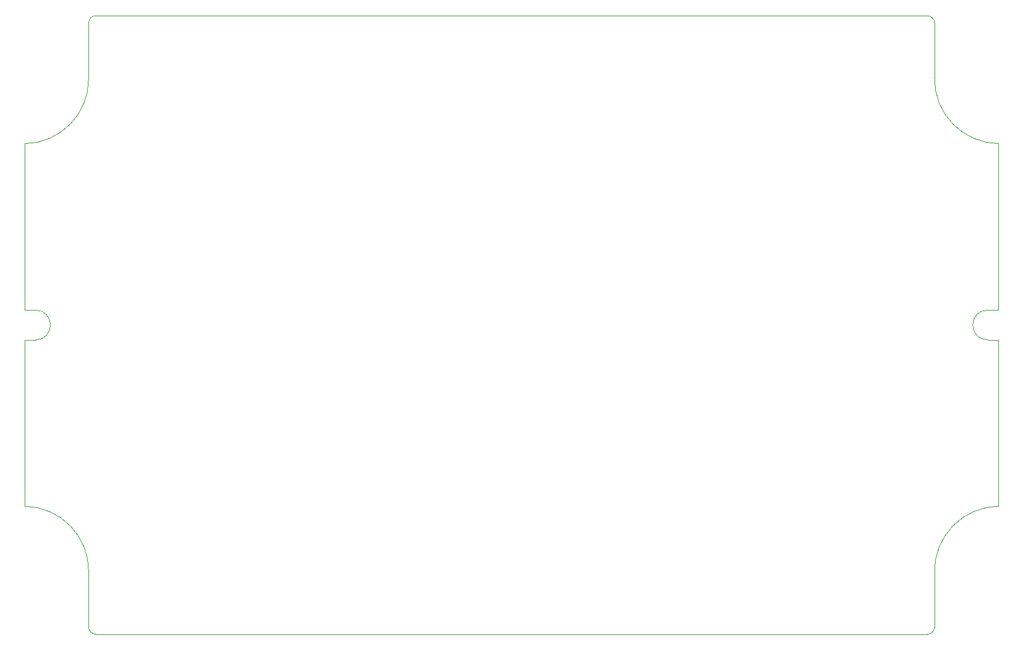
<source format=gko>
G04*
G04 #@! TF.GenerationSoftware,Altium Limited,Altium Designer,24.5.2 (23)*
G04*
G04 Layer_Color=16711935*
%FSLAX44Y44*%
%MOMM*%
G71*
G04*
G04 #@! TF.SameCoordinates,3DCBDF99-3535-49DB-9263-CEB5A80537B2*
G04*
G04*
G04 #@! TF.FilePolarity,Positive*
G04*
G01*
G75*
%ADD34C,0.1000*%
D34*
X-685030Y255000D02*
G03*
X-595030Y347470I-1235J91235D01*
G01*
X-670000Y-21000D02*
G03*
X-670000Y21000I0J21000D01*
G01*
X670000D02*
G03*
X670000Y-21000I0J-21000D01*
G01*
X-595030Y-347470D02*
G03*
X-685030Y-255000I-91235J1235D01*
G01*
X-585000Y435000D02*
G03*
X-595000Y425000I0J-10000D01*
G01*
X685030Y-255000D02*
G03*
X595030Y-347470I1235J-91235D01*
G01*
X-595000Y-425000D02*
G03*
X-585000Y-435000I10000J0D01*
G01*
X595000Y425000D02*
G03*
X585000Y435000I-10000J0D01*
G01*
Y-435000D02*
G03*
X595000Y-425000I0J10000D01*
G01*
X595034Y347466D02*
G03*
X685026Y255004I91227J-1235D01*
G01*
X-685030Y21030D02*
Y255000D01*
X595030Y-424970D02*
Y-347470D01*
X-685000Y-254970D02*
Y-21000D01*
X670000Y-21000D02*
X685000D01*
X-585000Y-435000D02*
X585000D01*
X-595030Y-424970D02*
Y-347470D01*
X685026Y255004D02*
X685030Y255000D01*
X670000Y21000D02*
X685000D01*
X595030Y424970D02*
X595034Y347466D01*
X685000Y21000D02*
Y254978D01*
X-685000Y-21000D02*
X-670000D01*
X-585000Y435000D02*
X585000D01*
X685000Y-254970D02*
Y-21000D01*
X-685000Y21000D02*
X-670000D01*
X-595030Y347470D02*
Y424970D01*
M02*

</source>
